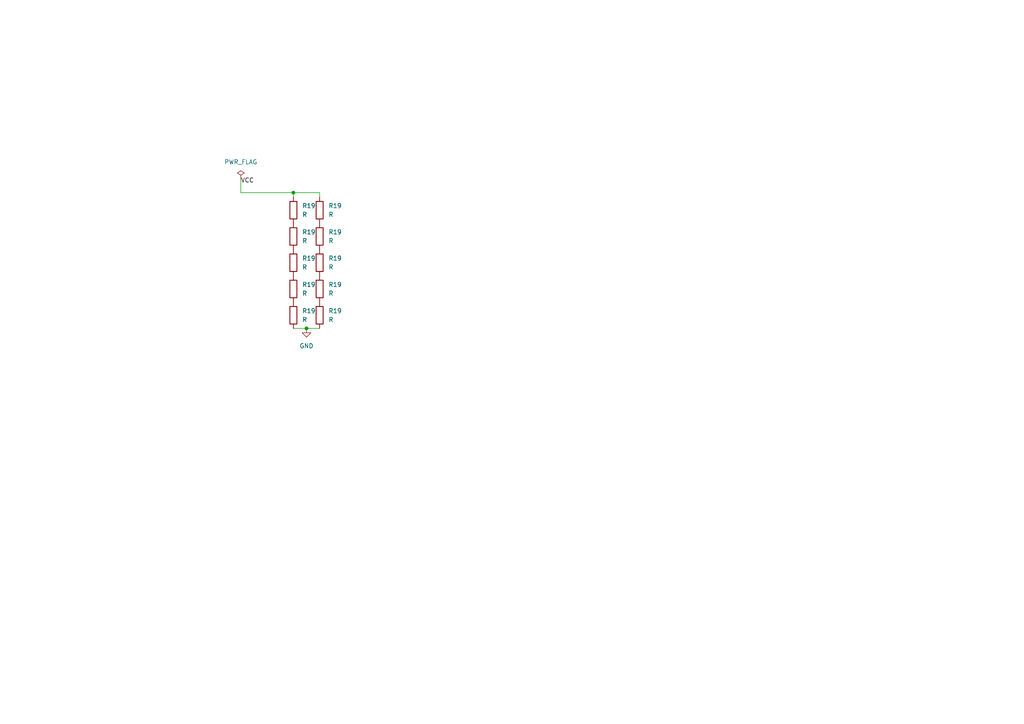
<source format=kicad_sch>
(kicad_sch (version 20230121) (generator eeschema)

  (uuid 163fff33-d6ef-4a74-b35b-bdd3a7fff01e)

  (paper "A4")

  (lib_symbols
    (symbol "Device:R" (pin_numbers hide) (pin_names (offset 0)) (in_bom yes) (on_board yes)
      (property "Reference" "R" (at 2.032 0 90)
        (effects (font (size 1.27 1.27)))
      )
      (property "Value" "R" (at 0 0 90)
        (effects (font (size 1.27 1.27)))
      )
      (property "Footprint" "" (at -1.778 0 90)
        (effects (font (size 1.27 1.27)) hide)
      )
      (property "Datasheet" "~" (at 0 0 0)
        (effects (font (size 1.27 1.27)) hide)
      )
      (property "ki_keywords" "R res resistor" (at 0 0 0)
        (effects (font (size 1.27 1.27)) hide)
      )
      (property "ki_description" "Resistor" (at 0 0 0)
        (effects (font (size 1.27 1.27)) hide)
      )
      (property "ki_fp_filters" "R_*" (at 0 0 0)
        (effects (font (size 1.27 1.27)) hide)
      )
      (symbol "R_0_1"
        (rectangle (start -1.016 -2.54) (end 1.016 2.54)
          (stroke (width 0.254) (type default))
          (fill (type none))
        )
      )
      (symbol "R_1_1"
        (pin passive line (at 0 3.81 270) (length 1.27)
          (name "~" (effects (font (size 1.27 1.27))))
          (number "1" (effects (font (size 1.27 1.27))))
        )
        (pin passive line (at 0 -3.81 90) (length 1.27)
          (name "~" (effects (font (size 1.27 1.27))))
          (number "2" (effects (font (size 1.27 1.27))))
        )
      )
    )
    (symbol "power:GND" (power) (pin_names (offset 0)) (in_bom yes) (on_board yes)
      (property "Reference" "#PWR" (at 0 -6.35 0)
        (effects (font (size 1.27 1.27)) hide)
      )
      (property "Value" "GND" (at 0 -3.81 0)
        (effects (font (size 1.27 1.27)))
      )
      (property "Footprint" "" (at 0 0 0)
        (effects (font (size 1.27 1.27)) hide)
      )
      (property "Datasheet" "" (at 0 0 0)
        (effects (font (size 1.27 1.27)) hide)
      )
      (property "ki_keywords" "global power" (at 0 0 0)
        (effects (font (size 1.27 1.27)) hide)
      )
      (property "ki_description" "Power symbol creates a global label with name \"GND\" , ground" (at 0 0 0)
        (effects (font (size 1.27 1.27)) hide)
      )
      (symbol "GND_0_1"
        (polyline
          (pts
            (xy 0 0)
            (xy 0 -1.27)
            (xy 1.27 -1.27)
            (xy 0 -2.54)
            (xy -1.27 -1.27)
            (xy 0 -1.27)
          )
          (stroke (width 0) (type default))
          (fill (type none))
        )
      )
      (symbol "GND_1_1"
        (pin power_in line (at 0 0 270) (length 0) hide
          (name "GND" (effects (font (size 1.27 1.27))))
          (number "1" (effects (font (size 1.27 1.27))))
        )
      )
    )
    (symbol "power:PWR_FLAG" (power) (pin_numbers hide) (pin_names (offset 0) hide) (in_bom yes) (on_board yes)
      (property "Reference" "#FLG" (at 0 1.905 0)
        (effects (font (size 1.27 1.27)) hide)
      )
      (property "Value" "PWR_FLAG" (at 0 3.81 0)
        (effects (font (size 1.27 1.27)))
      )
      (property "Footprint" "" (at 0 0 0)
        (effects (font (size 1.27 1.27)) hide)
      )
      (property "Datasheet" "~" (at 0 0 0)
        (effects (font (size 1.27 1.27)) hide)
      )
      (property "ki_keywords" "flag power" (at 0 0 0)
        (effects (font (size 1.27 1.27)) hide)
      )
      (property "ki_description" "Special symbol for telling ERC where power comes from" (at 0 0 0)
        (effects (font (size 1.27 1.27)) hide)
      )
      (symbol "PWR_FLAG_0_0"
        (pin power_out line (at 0 0 90) (length 0)
          (name "pwr" (effects (font (size 1.27 1.27))))
          (number "1" (effects (font (size 1.27 1.27))))
        )
      )
      (symbol "PWR_FLAG_0_1"
        (polyline
          (pts
            (xy 0 0)
            (xy 0 1.27)
            (xy -1.016 1.905)
            (xy 0 2.54)
            (xy 1.016 1.905)
            (xy 0 1.27)
          )
          (stroke (width 0) (type default))
          (fill (type none))
        )
      )
    )
  )

  (junction (at 88.9 95.25) (diameter 0) (color 0 0 0 0)
    (uuid 14f392e9-3f62-479e-8402-274987fdb3d8)
  )
  (junction (at 85.09 55.88) (diameter 0) (color 0 0 0 0)
    (uuid 98ac92d7-61f6-4dbd-bb2b-b6f13047364f)
  )

  (wire (pts (xy 92.71 57.15) (xy 92.71 55.88))
    (stroke (width 0) (type default))
    (uuid 03ae8df5-1c05-4741-9c25-ae54fae6a42b)
  )
  (wire (pts (xy 88.9 95.25) (xy 92.71 95.25))
    (stroke (width 0) (type default))
    (uuid 3e96e4fe-5164-4d01-8f5b-83d09654bea9)
  )
  (wire (pts (xy 88.9 95.25) (xy 85.09 95.25))
    (stroke (width 0) (type default))
    (uuid 4b2773ca-fc95-4538-9f70-cdfea29f8132)
  )
  (wire (pts (xy 69.85 55.88) (xy 85.09 55.88))
    (stroke (width 0) (type default))
    (uuid 740f783a-6f66-449a-9ce6-458358f4596a)
  )
  (wire (pts (xy 85.09 55.88) (xy 85.09 57.15))
    (stroke (width 0) (type default))
    (uuid be2bbfef-ea12-4db5-b6e5-0ee6d8a613bd)
  )
  (wire (pts (xy 69.85 55.88) (xy 69.85 52.07))
    (stroke (width 0) (type default))
    (uuid d6787ab9-62b2-42e5-9e3f-9fbf27e84e5d)
  )
  (wire (pts (xy 92.71 55.88) (xy 85.09 55.88))
    (stroke (width 0) (type default))
    (uuid e8cdde03-6438-40c7-8a8a-4b938f285253)
  )

  (label "VCC" (at 69.85 53.34 0) (fields_autoplaced)
    (effects (font (size 1.27 1.27)) (justify left bottom))
    (uuid 45b61eea-f264-414e-b88a-31d0881b7660)
  )

  (symbol (lib_id "Device:R") (at 92.71 83.82 0) (unit 1)
    (in_bom yes) (on_board yes) (dnp no) (fields_autoplaced)
    (uuid 2c4b0a34-a231-4163-b0ed-c2b7402cc39c)
    (property "Reference" "R19" (at 95.25 82.55 0)
      (effects (font (size 1.27 1.27)) (justify left))
    )
    (property "Value" "R" (at 95.25 85.09 0)
      (effects (font (size 1.27 1.27)) (justify left))
    )
    (property "Footprint" "" (at 90.932 83.82 90)
      (effects (font (size 1.27 1.27)) hide)
    )
    (property "Datasheet" "~" (at 92.71 83.82 0)
      (effects (font (size 1.27 1.27)) hide)
    )
    (pin "1" (uuid f08265ce-daa7-41bb-976c-ff763e438d94))
    (pin "2" (uuid 9f3acb0c-cae0-4f23-b33e-88e1667e2bc9))
    (instances
      (project "test"
        (path "/4ac61623-f679-4d8f-8a28-b049be752388"
          (reference "R19") (unit 1)
        )
        (path "/4ac61623-f679-4d8f-8a28-b049be752388/50bb2962-c518-410f-b4a2-b19642b96c89"
          (reference "R12") (unit 1)
        )
      )
    )
  )

  (symbol (lib_id "Device:R") (at 85.09 60.96 0) (unit 1)
    (in_bom yes) (on_board yes) (dnp no) (fields_autoplaced)
    (uuid 4e00ff2f-e03a-4feb-981c-db38a982dcbb)
    (property "Reference" "R19" (at 87.63 59.69 0)
      (effects (font (size 1.27 1.27)) (justify left))
    )
    (property "Value" "R" (at 87.63 62.23 0)
      (effects (font (size 1.27 1.27)) (justify left))
    )
    (property "Footprint" "" (at 83.312 60.96 90)
      (effects (font (size 1.27 1.27)) hide)
    )
    (property "Datasheet" "~" (at 85.09 60.96 0)
      (effects (font (size 1.27 1.27)) hide)
    )
    (pin "1" (uuid b2ca14d6-bd1a-46bd-8a19-69703ff2b1d3))
    (pin "2" (uuid 18bd47d4-b703-42a5-b5e8-3b3586389153))
    (instances
      (project "test"
        (path "/4ac61623-f679-4d8f-8a28-b049be752388"
          (reference "R19") (unit 1)
        )
        (path "/4ac61623-f679-4d8f-8a28-b049be752388/50bb2962-c518-410f-b4a2-b19642b96c89"
          (reference "R5") (unit 1)
        )
      )
    )
  )

  (symbol (lib_id "Device:R") (at 92.71 68.58 0) (unit 1)
    (in_bom yes) (on_board yes) (dnp no) (fields_autoplaced)
    (uuid 54d4f292-fc87-4f6d-96be-8259b95063bd)
    (property "Reference" "R19" (at 95.25 67.31 0)
      (effects (font (size 1.27 1.27)) (justify left))
    )
    (property "Value" "R" (at 95.25 69.85 0)
      (effects (font (size 1.27 1.27)) (justify left))
    )
    (property "Footprint" "" (at 90.932 68.58 90)
      (effects (font (size 1.27 1.27)) hide)
    )
    (property "Datasheet" "~" (at 92.71 68.58 0)
      (effects (font (size 1.27 1.27)) hide)
    )
    (pin "1" (uuid 4d4dd391-487e-4def-8549-ffc526d5cc7a))
    (pin "2" (uuid 9e1b15d1-8cf6-4596-a841-323e1695147e))
    (instances
      (project "test"
        (path "/4ac61623-f679-4d8f-8a28-b049be752388"
          (reference "R19") (unit 1)
        )
        (path "/4ac61623-f679-4d8f-8a28-b049be752388/50bb2962-c518-410f-b4a2-b19642b96c89"
          (reference "R2") (unit 1)
        )
      )
    )
  )

  (symbol (lib_id "Device:R") (at 85.09 68.58 0) (unit 1)
    (in_bom yes) (on_board yes) (dnp no) (fields_autoplaced)
    (uuid 5fbefb98-3fde-467d-bf5c-5cc47f81524f)
    (property "Reference" "R19" (at 87.63 67.31 0)
      (effects (font (size 1.27 1.27)) (justify left))
    )
    (property "Value" "R" (at 87.63 69.85 0)
      (effects (font (size 1.27 1.27)) (justify left))
    )
    (property "Footprint" "" (at 83.312 68.58 90)
      (effects (font (size 1.27 1.27)) hide)
    )
    (property "Datasheet" "~" (at 85.09 68.58 0)
      (effects (font (size 1.27 1.27)) hide)
    )
    (pin "1" (uuid df88919d-f8a6-4ba2-81f5-9217be19b458))
    (pin "2" (uuid 9d63b58a-6dbb-4e95-a436-1526dabf5d22))
    (instances
      (project "test"
        (path "/4ac61623-f679-4d8f-8a28-b049be752388"
          (reference "R19") (unit 1)
        )
        (path "/4ac61623-f679-4d8f-8a28-b049be752388/50bb2962-c518-410f-b4a2-b19642b96c89"
          (reference "R6") (unit 1)
        )
      )
    )
  )

  (symbol (lib_id "Device:R") (at 85.09 91.44 0) (unit 1)
    (in_bom yes) (on_board yes) (dnp no) (fields_autoplaced)
    (uuid 642cf9ad-6aae-4a43-a066-516769293b1a)
    (property "Reference" "R19" (at 87.63 90.17 0)
      (effects (font (size 1.27 1.27)) (justify left))
    )
    (property "Value" "R" (at 87.63 92.71 0)
      (effects (font (size 1.27 1.27)) (justify left))
    )
    (property "Footprint" "" (at 83.312 91.44 90)
      (effects (font (size 1.27 1.27)) hide)
    )
    (property "Datasheet" "~" (at 85.09 91.44 0)
      (effects (font (size 1.27 1.27)) hide)
    )
    (pin "1" (uuid e10aa71e-be63-45ad-94af-525d8d9f50df))
    (pin "2" (uuid 8cb35c20-675c-402f-b895-2c5d960cab86))
    (instances
      (project "test"
        (path "/4ac61623-f679-4d8f-8a28-b049be752388"
          (reference "R19") (unit 1)
        )
        (path "/4ac61623-f679-4d8f-8a28-b049be752388/50bb2962-c518-410f-b4a2-b19642b96c89"
          (reference "R9") (unit 1)
        )
      )
    )
  )

  (symbol (lib_id "Device:R") (at 92.71 76.2 0) (unit 1)
    (in_bom yes) (on_board yes) (dnp no) (fields_autoplaced)
    (uuid 7de8f2d6-8374-4f53-ac91-5950fd2ce245)
    (property "Reference" "R19" (at 95.25 74.93 0)
      (effects (font (size 1.27 1.27)) (justify left))
    )
    (property "Value" "R" (at 95.25 77.47 0)
      (effects (font (size 1.27 1.27)) (justify left))
    )
    (property "Footprint" "" (at 90.932 76.2 90)
      (effects (font (size 1.27 1.27)) hide)
    )
    (property "Datasheet" "~" (at 92.71 76.2 0)
      (effects (font (size 1.27 1.27)) hide)
    )
    (pin "1" (uuid d6aea822-9eb1-4a27-bd7f-b3be3402aa6d))
    (pin "2" (uuid 8b5eb597-71d6-47ab-867d-063002cc3804))
    (instances
      (project "test"
        (path "/4ac61623-f679-4d8f-8a28-b049be752388"
          (reference "R19") (unit 1)
        )
        (path "/4ac61623-f679-4d8f-8a28-b049be752388/50bb2962-c518-410f-b4a2-b19642b96c89"
          (reference "R3") (unit 1)
        )
      )
    )
  )

  (symbol (lib_id "Device:R") (at 92.71 60.96 0) (unit 1)
    (in_bom yes) (on_board yes) (dnp no) (fields_autoplaced)
    (uuid 8ca22912-f3cc-4b51-b277-c4413f173abe)
    (property "Reference" "R19" (at 95.25 59.69 0)
      (effects (font (size 1.27 1.27)) (justify left))
    )
    (property "Value" "R" (at 95.25 62.23 0)
      (effects (font (size 1.27 1.27)) (justify left))
    )
    (property "Footprint" "" (at 90.932 60.96 90)
      (effects (font (size 1.27 1.27)) hide)
    )
    (property "Datasheet" "~" (at 92.71 60.96 0)
      (effects (font (size 1.27 1.27)) hide)
    )
    (pin "1" (uuid 8106648a-1cd6-4428-9c0d-47653495d2bd))
    (pin "2" (uuid cd2cbf62-35b5-40cf-871d-c3ce9172c476))
    (instances
      (project "test"
        (path "/4ac61623-f679-4d8f-8a28-b049be752388"
          (reference "R19") (unit 1)
        )
        (path "/4ac61623-f679-4d8f-8a28-b049be752388/50bb2962-c518-410f-b4a2-b19642b96c89"
          (reference "R1") (unit 1)
        )
      )
    )
  )

  (symbol (lib_id "Device:R") (at 85.09 76.2 0) (unit 1)
    (in_bom yes) (on_board yes) (dnp no) (fields_autoplaced)
    (uuid b91c02da-e983-48d0-ad53-69a08caa4cc4)
    (property "Reference" "R19" (at 87.63 74.93 0)
      (effects (font (size 1.27 1.27)) (justify left))
    )
    (property "Value" "R" (at 87.63 77.47 0)
      (effects (font (size 1.27 1.27)) (justify left))
    )
    (property "Footprint" "" (at 83.312 76.2 90)
      (effects (font (size 1.27 1.27)) hide)
    )
    (property "Datasheet" "~" (at 85.09 76.2 0)
      (effects (font (size 1.27 1.27)) hide)
    )
    (pin "1" (uuid d6b87c5c-75ab-450a-bb15-bab98915b2d6))
    (pin "2" (uuid c4854050-4096-4610-9028-529d29009270))
    (instances
      (project "test"
        (path "/4ac61623-f679-4d8f-8a28-b049be752388"
          (reference "R19") (unit 1)
        )
        (path "/4ac61623-f679-4d8f-8a28-b049be752388/50bb2962-c518-410f-b4a2-b19642b96c89"
          (reference "R7") (unit 1)
        )
      )
    )
  )

  (symbol (lib_id "Device:R") (at 85.09 83.82 0) (unit 1)
    (in_bom yes) (on_board yes) (dnp no) (fields_autoplaced)
    (uuid d051b8fc-a6b6-46dc-ace0-2676cef070ed)
    (property "Reference" "R19" (at 87.63 82.55 0)
      (effects (font (size 1.27 1.27)) (justify left))
    )
    (property "Value" "R" (at 87.63 85.09 0)
      (effects (font (size 1.27 1.27)) (justify left))
    )
    (property "Footprint" "" (at 83.312 83.82 90)
      (effects (font (size 1.27 1.27)) hide)
    )
    (property "Datasheet" "~" (at 85.09 83.82 0)
      (effects (font (size 1.27 1.27)) hide)
    )
    (pin "1" (uuid 764b6c08-cb06-468b-920f-ad1ef71d2d4a))
    (pin "2" (uuid 5201fbc6-97df-4fdf-8c4b-16baf457ab6b))
    (instances
      (project "test"
        (path "/4ac61623-f679-4d8f-8a28-b049be752388"
          (reference "R19") (unit 1)
        )
        (path "/4ac61623-f679-4d8f-8a28-b049be752388/50bb2962-c518-410f-b4a2-b19642b96c89"
          (reference "R8") (unit 1)
        )
      )
    )
  )

  (symbol (lib_id "power:PWR_FLAG") (at 69.85 52.07 0) (unit 1)
    (in_bom yes) (on_board yes) (dnp no) (fields_autoplaced)
    (uuid d2786713-6d1a-4bf7-8052-b902402d6025)
    (property "Reference" "#FLG01" (at 69.85 50.165 0)
      (effects (font (size 1.27 1.27)) hide)
    )
    (property "Value" "PWR_FLAG" (at 69.85 46.99 0)
      (effects (font (size 1.27 1.27)))
    )
    (property "Footprint" "" (at 69.85 52.07 0)
      (effects (font (size 1.27 1.27)) hide)
    )
    (property "Datasheet" "~" (at 69.85 52.07 0)
      (effects (font (size 1.27 1.27)) hide)
    )
    (pin "1" (uuid 85568b2d-883d-4832-97e0-1d052a508e70))
    (instances
      (project "test"
        (path "/4ac61623-f679-4d8f-8a28-b049be752388"
          (reference "#FLG01") (unit 1)
        )
        (path "/4ac61623-f679-4d8f-8a28-b049be752388/50bb2962-c518-410f-b4a2-b19642b96c89"
          (reference "#FLG01") (unit 1)
        )
      )
    )
  )

  (symbol (lib_id "power:GND") (at 88.9 95.25 0) (unit 1)
    (in_bom yes) (on_board yes) (dnp no) (fields_autoplaced)
    (uuid d4b7b5fc-b65f-48ff-a075-1e57b27b5cca)
    (property "Reference" "#PWR01" (at 88.9 101.6 0)
      (effects (font (size 1.27 1.27)) hide)
    )
    (property "Value" "GND" (at 88.9 100.33 0)
      (effects (font (size 1.27 1.27)))
    )
    (property "Footprint" "" (at 88.9 95.25 0)
      (effects (font (size 1.27 1.27)) hide)
    )
    (property "Datasheet" "" (at 88.9 95.25 0)
      (effects (font (size 1.27 1.27)) hide)
    )
    (pin "1" (uuid 7937d9d0-cce1-4517-a154-3736f7043d0e))
    (instances
      (project "test"
        (path "/4ac61623-f679-4d8f-8a28-b049be752388"
          (reference "#PWR01") (unit 1)
        )
        (path "/4ac61623-f679-4d8f-8a28-b049be752388/50bb2962-c518-410f-b4a2-b19642b96c89"
          (reference "#PWR03") (unit 1)
        )
      )
    )
  )

  (symbol (lib_id "Device:R") (at 92.71 91.44 0) (unit 1)
    (in_bom yes) (on_board yes) (dnp no) (fields_autoplaced)
    (uuid f44c5371-1d03-42af-979e-e9a32b9ec564)
    (property "Reference" "R19" (at 95.25 90.17 0)
      (effects (font (size 1.27 1.27)) (justify left))
    )
    (property "Value" "R" (at 95.25 92.71 0)
      (effects (font (size 1.27 1.27)) (justify left))
    )
    (property "Footprint" "" (at 90.932 91.44 90)
      (effects (font (size 1.27 1.27)) hide)
    )
    (property "Datasheet" "~" (at 92.71 91.44 0)
      (effects (font (size 1.27 1.27)) hide)
    )
    (pin "1" (uuid cd585fbd-000f-4e0c-8dc7-bd4081437b94))
    (pin "2" (uuid cabdbe80-d24d-4ee8-9f7d-77a1d2d52875))
    (instances
      (project "test"
        (path "/4ac61623-f679-4d8f-8a28-b049be752388"
          (reference "R19") (unit 1)
        )
        (path "/4ac61623-f679-4d8f-8a28-b049be752388/50bb2962-c518-410f-b4a2-b19642b96c89"
          (reference "R13") (unit 1)
        )
      )
    )
  )
)

</source>
